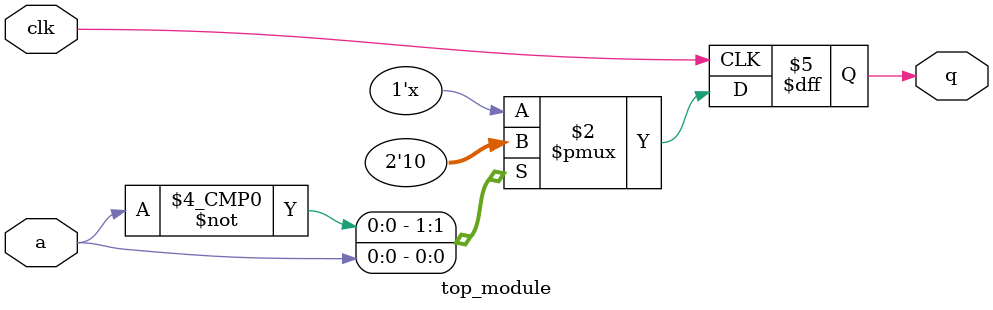
<source format=sv>
module top_module (
    input clk,
    input a, 
    output reg q
);

always @(posedge clk) begin
    case (a)
        1'b0: q <= 1'b1;
        1'b1: q <= 1'b0;
        default: q <= q; // Maintain the previous value of q
    endcase
end

endmodule

</source>
